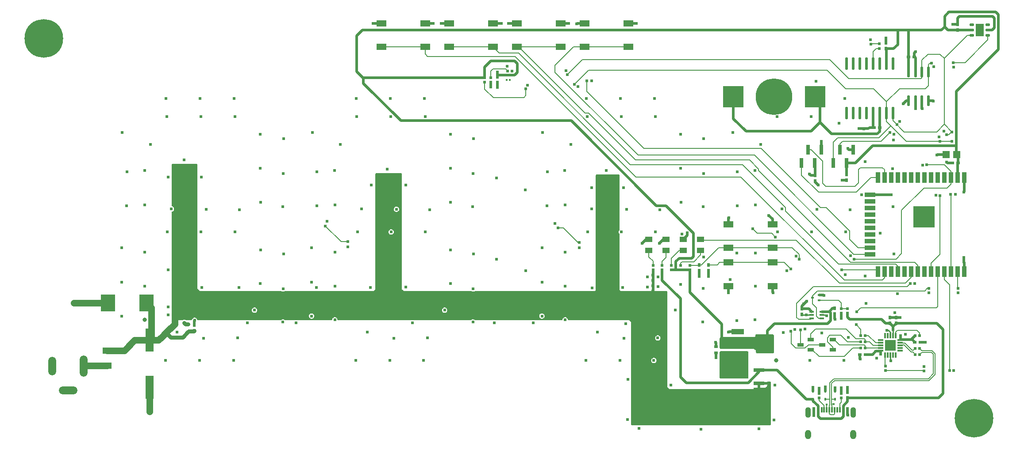
<source format=gtl>
G04 #@! TF.GenerationSoftware,KiCad,Pcbnew,7.0.9*
G04 #@! TF.CreationDate,2024-10-07T22:48:35-04:00*
G04 #@! TF.ProjectId,Digital Clock,44696769-7461-46c2-9043-6c6f636b2e6b,rev?*
G04 #@! TF.SameCoordinates,Original*
G04 #@! TF.FileFunction,Copper,L1,Top*
G04 #@! TF.FilePolarity,Positive*
%FSLAX46Y46*%
G04 Gerber Fmt 4.6, Leading zero omitted, Abs format (unit mm)*
G04 Created by KiCad (PCBNEW 7.0.9) date 2024-10-07 22:48:35*
%MOMM*%
%LPD*%
G01*
G04 APERTURE LIST*
G04 #@! TA.AperFunction,SMDPad,CuDef*
%ADD10R,1.900000X1.300000*%
G04 #@! TD*
G04 #@! TA.AperFunction,SMDPad,CuDef*
%ADD11R,0.540000X0.570000*%
G04 #@! TD*
G04 #@! TA.AperFunction,SMDPad,CuDef*
%ADD12R,0.790000X0.540000*%
G04 #@! TD*
G04 #@! TA.AperFunction,SMDPad,CuDef*
%ADD13R,2.100000X0.740000*%
G04 #@! TD*
G04 #@! TA.AperFunction,SMDPad,CuDef*
%ADD14R,1.730000X1.190000*%
G04 #@! TD*
G04 #@! TA.AperFunction,ComponentPad*
%ADD15O,1.500000X4.100000*%
G04 #@! TD*
G04 #@! TA.AperFunction,ComponentPad*
%ADD16O,1.500000X3.600000*%
G04 #@! TD*
G04 #@! TA.AperFunction,ComponentPad*
%ADD17O,3.600000X1.500000*%
G04 #@! TD*
G04 #@! TA.AperFunction,SMDPad,CuDef*
%ADD18R,1.400000X1.000000*%
G04 #@! TD*
G04 #@! TA.AperFunction,SMDPad,CuDef*
%ADD19R,0.550000X1.100000*%
G04 #@! TD*
G04 #@! TA.AperFunction,SMDPad,CuDef*
%ADD20R,0.300000X1.100000*%
G04 #@! TD*
G04 #@! TA.AperFunction,ComponentPad*
%ADD21O,1.100000X2.000000*%
G04 #@! TD*
G04 #@! TA.AperFunction,ComponentPad*
%ADD22O,1.200000X1.800000*%
G04 #@! TD*
G04 #@! TA.AperFunction,SMDPad,CuDef*
%ADD23R,0.570000X0.540000*%
G04 #@! TD*
G04 #@! TA.AperFunction,SMDPad,CuDef*
%ADD24R,0.840000X0.320000*%
G04 #@! TD*
G04 #@! TA.AperFunction,SMDPad,CuDef*
%ADD25R,0.950000X2.100000*%
G04 #@! TD*
G04 #@! TA.AperFunction,SMDPad,CuDef*
%ADD26R,2.100000X0.950000*%
G04 #@! TD*
G04 #@! TA.AperFunction,SMDPad,CuDef*
%ADD27R,0.900000X0.900000*%
G04 #@! TD*
G04 #@! TA.AperFunction,SMDPad,CuDef*
%ADD28R,0.540000X0.790000*%
G04 #@! TD*
G04 #@! TA.AperFunction,SMDPad,CuDef*
%ADD29R,1.250000X0.700000*%
G04 #@! TD*
G04 #@! TA.AperFunction,SMDPad,CuDef*
%ADD30R,0.400000X0.600000*%
G04 #@! TD*
G04 #@! TA.AperFunction,ComponentPad*
%ADD31C,4.100000*%
G04 #@! TD*
G04 #@! TA.AperFunction,ConnectorPad*
%ADD32C,7.400000*%
G04 #@! TD*
G04 #@! TA.AperFunction,SMDPad,CuDef*
%ADD33O,0.570000X2.400000*%
G04 #@! TD*
G04 #@! TA.AperFunction,SMDPad,CuDef*
%ADD34R,0.740000X1.900000*%
G04 #@! TD*
G04 #@! TA.AperFunction,SMDPad,CuDef*
%ADD35R,1.650000X4.500000*%
G04 #@! TD*
G04 #@! TA.AperFunction,SMDPad,CuDef*
%ADD36R,1.500000X2.400000*%
G04 #@! TD*
G04 #@! TA.AperFunction,SMDPad,CuDef*
%ADD37O,0.950000X0.560000*%
G04 #@! TD*
G04 #@! TA.AperFunction,SMDPad,CuDef*
%ADD38R,3.900000X4.180000*%
G04 #@! TD*
G04 #@! TA.AperFunction,SMDPad,CuDef*
%ADD39C,7.000000*%
G04 #@! TD*
G04 #@! TA.AperFunction,SMDPad,CuDef*
%ADD40O,0.590000X2.050000*%
G04 #@! TD*
G04 #@! TA.AperFunction,SMDPad,CuDef*
%ADD41R,1.410000X1.350000*%
G04 #@! TD*
G04 #@! TA.AperFunction,SMDPad,CuDef*
%ADD42R,0.300000X1.000000*%
G04 #@! TD*
G04 #@! TA.AperFunction,SMDPad,CuDef*
%ADD43R,1.000000X0.300000*%
G04 #@! TD*
G04 #@! TA.AperFunction,SMDPad,CuDef*
%ADD44R,2.150000X2.150000*%
G04 #@! TD*
G04 #@! TA.AperFunction,SMDPad,CuDef*
%ADD45R,2.700000X3.300000*%
G04 #@! TD*
G04 #@! TA.AperFunction,SMDPad,CuDef*
%ADD46R,0.510000X0.400000*%
G04 #@! TD*
G04 #@! TA.AperFunction,SMDPad,CuDef*
%ADD47R,2.470000X0.980000*%
G04 #@! TD*
G04 #@! TA.AperFunction,SMDPad,CuDef*
%ADD48R,2.470000X3.600000*%
G04 #@! TD*
G04 #@! TA.AperFunction,ViaPad*
%ADD49C,0.609600*%
G04 #@! TD*
G04 #@! TA.AperFunction,ViaPad*
%ADD50C,0.381000*%
G04 #@! TD*
G04 #@! TA.AperFunction,ViaPad*
%ADD51C,0.800000*%
G04 #@! TD*
G04 #@! TA.AperFunction,Conductor*
%ADD52C,0.508000*%
G04 #@! TD*
G04 #@! TA.AperFunction,Conductor*
%ADD53C,0.254000*%
G04 #@! TD*
G04 #@! TA.AperFunction,Conductor*
%ADD54C,0.762000*%
G04 #@! TD*
G04 #@! TA.AperFunction,Conductor*
%ADD55C,1.270000*%
G04 #@! TD*
G04 #@! TA.AperFunction,Conductor*
%ADD56C,0.152400*%
G04 #@! TD*
G04 APERTURE END LIST*
D10*
X129930000Y-68544000D03*
X121530000Y-68544000D03*
X129930000Y-64044000D03*
X121530000Y-64044000D03*
D11*
X210703200Y-119606800D03*
X210703200Y-118746800D03*
D12*
X223538900Y-70448600D03*
X222438900Y-70448600D03*
D13*
X193802600Y-130488600D03*
X190702600Y-131758600D03*
X193802600Y-133028600D03*
D14*
X69088000Y-129646000D03*
X69088000Y-126746000D03*
D11*
X216814400Y-68832200D03*
X216814400Y-67972200D03*
D15*
X64588000Y-129717800D03*
D16*
X58597800Y-129717800D03*
D17*
X61648000Y-134378400D03*
D12*
X185581200Y-127228600D03*
X186681200Y-127228600D03*
D18*
X176032000Y-107535200D03*
X176032000Y-105435200D03*
D11*
X173532800Y-110466400D03*
X173532800Y-111326400D03*
D10*
X168792000Y-68544000D03*
X160392000Y-68544000D03*
X168792000Y-64044000D03*
X160392000Y-64044000D03*
D19*
X204320000Y-138115000D03*
X205120000Y-138115000D03*
D20*
X205770000Y-138115000D03*
X206270000Y-138115000D03*
X206770000Y-138115000D03*
X207270000Y-138115000D03*
X207770000Y-138115000D03*
X208270000Y-138115000D03*
X208770000Y-138115000D03*
X209270000Y-138115000D03*
D19*
X209920000Y-138115000D03*
X210720000Y-138115000D03*
D21*
X203200000Y-138665000D03*
D22*
X203200000Y-142875000D03*
D21*
X211840000Y-138665000D03*
D22*
X211840000Y-142875000D03*
D23*
X231570000Y-86614000D03*
X230710000Y-86614000D03*
D24*
X203890800Y-119288800D03*
X203890800Y-119938800D03*
X203890800Y-120588800D03*
X205790800Y-120588800D03*
X205790800Y-119938800D03*
X205790800Y-119288800D03*
D25*
X233052500Y-93627000D03*
X231782500Y-93627000D03*
X230512500Y-93627000D03*
X229242500Y-93627000D03*
X227972500Y-93627000D03*
X226702500Y-93627000D03*
X225432500Y-93627000D03*
X224162500Y-93627000D03*
X222892500Y-93627000D03*
X221622500Y-93627000D03*
X220352500Y-93627000D03*
X219082500Y-93627000D03*
X217812500Y-93627000D03*
X216542500Y-93627000D03*
D26*
X215052500Y-96917000D03*
X215052500Y-98187000D03*
X215052500Y-99457000D03*
X215052500Y-100727000D03*
X215052500Y-101997000D03*
X215052500Y-103267000D03*
X215052500Y-104537000D03*
X215052500Y-105807000D03*
X215052500Y-107077000D03*
X215052500Y-108347000D03*
D25*
X216542500Y-111627000D03*
X217812500Y-111627000D03*
X219082500Y-111627000D03*
X220352500Y-111627000D03*
X221622500Y-111627000D03*
X222892500Y-111627000D03*
X224162500Y-111627000D03*
X225432500Y-111627000D03*
X226702500Y-111627000D03*
X227972500Y-111627000D03*
X229242500Y-111627000D03*
X230512500Y-111627000D03*
X231782500Y-111627000D03*
X233052500Y-111627000D03*
D27*
X226772500Y-102527000D03*
X226772500Y-101127000D03*
X226772500Y-99727000D03*
X225372500Y-102527000D03*
X225372500Y-101127000D03*
X225372500Y-99727000D03*
X223972500Y-102527000D03*
X223972500Y-101127000D03*
X223972500Y-99727000D03*
D12*
X230793200Y-90805000D03*
X231893200Y-90805000D03*
D10*
X142884000Y-68544000D03*
X134484000Y-68544000D03*
X142884000Y-64044000D03*
X134484000Y-64044000D03*
D28*
X201970600Y-118728400D03*
X201970600Y-119828400D03*
D18*
X182636000Y-107535200D03*
X182636000Y-105435200D03*
D11*
X178816000Y-110459800D03*
X178816000Y-111319800D03*
D29*
X207913700Y-126598000D03*
X207913700Y-124698000D03*
X205913700Y-125648000D03*
D10*
X155838000Y-68544000D03*
X147438000Y-68544000D03*
X155838000Y-64044000D03*
X147438000Y-64044000D03*
D11*
X209524600Y-134952000D03*
X209524600Y-135812000D03*
D30*
X84582000Y-121678000D03*
X84582000Y-123178000D03*
X206502000Y-134581200D03*
X206502000Y-136081200D03*
D11*
X180594000Y-110466400D03*
X180594000Y-111326400D03*
D31*
X56946800Y-66903600D03*
D32*
X56946800Y-66903600D03*
D28*
X85775800Y-122927200D03*
X85775800Y-121827200D03*
X143738600Y-75403800D03*
X143738600Y-74303800D03*
D31*
X234924600Y-139750800D03*
D32*
X234924600Y-139750800D03*
D28*
X231819300Y-64220000D03*
X231819300Y-65320000D03*
X210566000Y-94072800D03*
X210566000Y-92972800D03*
D23*
X214108000Y-126302400D03*
X213248000Y-126302400D03*
D33*
X219449700Y-71754800D03*
X218179700Y-71754800D03*
X216909700Y-71754800D03*
X215629700Y-71754800D03*
X214369700Y-71754800D03*
X213099700Y-71754800D03*
X211829700Y-71754800D03*
X210559700Y-71754800D03*
X210559700Y-81254800D03*
X211829700Y-81254800D03*
X213099700Y-81254800D03*
X214369700Y-81254800D03*
X215629700Y-81254800D03*
X216909700Y-81254800D03*
X218179700Y-81254800D03*
X219449700Y-81254800D03*
D12*
X215756400Y-83997800D03*
X216856400Y-83997800D03*
D28*
X184150000Y-111446400D03*
X184150000Y-110346400D03*
X218059000Y-68901400D03*
X218059000Y-67801400D03*
D34*
X211836000Y-88214200D03*
X210566000Y-90814200D03*
X209306000Y-88214200D03*
X208036000Y-90814200D03*
D35*
X77216000Y-124786000D03*
X77216000Y-133786000D03*
D36*
X236042200Y-65328800D03*
D37*
X234492200Y-66328800D03*
X234492200Y-65328800D03*
X234492200Y-64328800D03*
X237592200Y-64328800D03*
X237592200Y-65328800D03*
X237592200Y-66328800D03*
D34*
X205740000Y-88230400D03*
X204470000Y-90830400D03*
X203210000Y-88230400D03*
X201940000Y-90830400D03*
D38*
X188897600Y-78079600D03*
X204497600Y-78079600D03*
D39*
X196697600Y-78079600D03*
D40*
X222442900Y-78868400D03*
X223722900Y-78868400D03*
X224982900Y-78868400D03*
X226252900Y-78868400D03*
X226252900Y-73328400D03*
X224982900Y-73328400D03*
X223722900Y-73328400D03*
X222442900Y-73328400D03*
D28*
X218822400Y-120438600D03*
X218822400Y-121538600D03*
D41*
X231632000Y-89179400D03*
X229632000Y-89179400D03*
D18*
X179334000Y-107552000D03*
X179334000Y-105452000D03*
D28*
X210743800Y-134730400D03*
X210743800Y-135830400D03*
D11*
X142494000Y-75309200D03*
X142494000Y-74449200D03*
D12*
X213126200Y-127521600D03*
X214226200Y-127521600D03*
D11*
X177038000Y-110466400D03*
X177038000Y-111326400D03*
X205333600Y-134952000D03*
X205333600Y-135812000D03*
X141325600Y-75334600D03*
X141325600Y-74474600D03*
D42*
X217940000Y-127635000D03*
X218440000Y-127635000D03*
X218940000Y-127635000D03*
X219440000Y-127635000D03*
X219940000Y-127635000D03*
D43*
X220790000Y-126785000D03*
X220790000Y-126285000D03*
X220790000Y-125785000D03*
X220790000Y-125285000D03*
X220790000Y-124785000D03*
D42*
X219940000Y-123935000D03*
X219440000Y-123935000D03*
X218940000Y-123935000D03*
X218440000Y-123935000D03*
X217940000Y-123935000D03*
D43*
X217090000Y-124785000D03*
X217090000Y-125285000D03*
X217090000Y-125785000D03*
X217090000Y-126285000D03*
X217090000Y-126785000D03*
D44*
X218940000Y-125785000D03*
D23*
X224523800Y-123940200D03*
X223663800Y-123940200D03*
D12*
X185581200Y-125984000D03*
X186681200Y-125984000D03*
D11*
X209499200Y-119606800D03*
X209499200Y-118746800D03*
D12*
X224692800Y-125134000D03*
X223592800Y-125134000D03*
D10*
X187976400Y-109885600D03*
X196376400Y-109885600D03*
X187976400Y-114385600D03*
X196376400Y-114385600D03*
D28*
X204520800Y-94225200D03*
X204520800Y-93125200D03*
D30*
X204139800Y-134581200D03*
X204139800Y-136081200D03*
D45*
X76588000Y-117602000D03*
X69208000Y-117602000D03*
D46*
X205323200Y-117136800D03*
X205323200Y-116136800D03*
X204023200Y-116636800D03*
D30*
X208330800Y-134581200D03*
X208330800Y-136081200D03*
D28*
X219990800Y-120438600D03*
X219990800Y-121538600D03*
D23*
X224547400Y-127521600D03*
X223687400Y-127521600D03*
X214108000Y-125083200D03*
X213248000Y-125083200D03*
D10*
X196376400Y-107035600D03*
X187976400Y-107035600D03*
X196376400Y-102535600D03*
X187976400Y-102535600D03*
D28*
X208295200Y-118677600D03*
X208295200Y-119777600D03*
D11*
X175260000Y-110466400D03*
X175260000Y-111326400D03*
D18*
X172730000Y-107543600D03*
X172730000Y-105443600D03*
D23*
X224547400Y-126327800D03*
X223687400Y-126327800D03*
D28*
X182372000Y-111446400D03*
X182372000Y-110346400D03*
D23*
X213273400Y-123864000D03*
X214133400Y-123864000D03*
D47*
X189702000Y-123176000D03*
X189702000Y-125476000D03*
X189702000Y-127776000D03*
D48*
X195362000Y-125476000D03*
D29*
X203705200Y-126595000D03*
X203705200Y-124695000D03*
X201705200Y-125645000D03*
D11*
X217970600Y-130591400D03*
X217970600Y-129731400D03*
D23*
X231570000Y-84836000D03*
X230710000Y-84836000D03*
D49*
X160922600Y-81915000D03*
X219012000Y-128696600D03*
X224688400Y-102514400D03*
X174445387Y-114485195D03*
X170840400Y-141681200D03*
X210769200Y-87985600D03*
X216966800Y-104241600D03*
X183224885Y-108836993D03*
X131470400Y-64058800D03*
X205333600Y-133959600D03*
X72821800Y-99034600D03*
X194158800Y-87249000D03*
X174841800Y-99729200D03*
X123152600Y-128676400D03*
X209550000Y-120624600D03*
X167450400Y-81864200D03*
X116701000Y-78435200D03*
X146532600Y-73177400D03*
X219354400Y-91897200D03*
X119481600Y-114706400D03*
X226314000Y-115671103D03*
D50*
X218924000Y-126246400D03*
D49*
X71856600Y-113639600D03*
X102683400Y-99136200D03*
X168300400Y-121615200D03*
X231394000Y-96824800D03*
X102810400Y-86106000D03*
X167475800Y-104013000D03*
X224688400Y-101142800D03*
X173978200Y-81940400D03*
X198475600Y-123342400D03*
X193092000Y-98831400D03*
X98425000Y-107467400D03*
X127457200Y-121412000D03*
X126238000Y-114604800D03*
X152261200Y-120142000D03*
X87553800Y-124383800D03*
X203810800Y-81864200D03*
X143586200Y-93660000D03*
X189612200Y-99034600D03*
X87020400Y-81864200D03*
X97282000Y-119024400D03*
X185572400Y-128117600D03*
X139078400Y-121285000D03*
X116955000Y-104038400D03*
X143606200Y-109240000D03*
X72847200Y-92481400D03*
X219125800Y-96917000D03*
X205155800Y-95046800D03*
X130366200Y-124358400D03*
X80594200Y-104038400D03*
X178829600Y-85318600D03*
X172466000Y-114554000D03*
X149086200Y-95920000D03*
X98450400Y-98348800D03*
X161899600Y-114757200D03*
X156706200Y-120878600D03*
X87045800Y-104013000D03*
X149166200Y-111480000D03*
X123381200Y-81864200D03*
X71831200Y-120142000D03*
X194716400Y-78079600D03*
X126238000Y-94996000D03*
X203555600Y-128600200D03*
X160770200Y-78435200D03*
X197358000Y-103987600D03*
D50*
X145491200Y-74879200D03*
D49*
X200637493Y-122752266D03*
X220243400Y-115899700D03*
X209524600Y-133908800D03*
X171450000Y-106172000D03*
X210338600Y-104038400D03*
X83820000Y-121412000D03*
X122682000Y-91948000D03*
X206476600Y-133756400D03*
X158902400Y-64109600D03*
X134785800Y-107467400D03*
X168656000Y-139954000D03*
X220803600Y-120455200D03*
X168491800Y-99678400D03*
X205714600Y-86664800D03*
X142494000Y-76225400D03*
X196697600Y-140055600D03*
X80772000Y-93472000D03*
X149540002Y-75868862D03*
X168706800Y-132283200D03*
X226060000Y-101142800D03*
X76276200Y-114427000D03*
X227177600Y-78943200D03*
X145846800Y-64058800D03*
X231004258Y-72386696D03*
X76301600Y-98831400D03*
X119634000Y-94996000D03*
X81381600Y-99602200D03*
X156706200Y-107924600D03*
X173978200Y-104038400D03*
X223621600Y-113944400D03*
X134760400Y-85318600D03*
X183134000Y-114808000D03*
X210845400Y-124206000D03*
X156832801Y-73105041D03*
X193065400Y-108051600D03*
X198475600Y-77063600D03*
X82473800Y-123240800D03*
X134811200Y-98348800D03*
X183164200Y-92786200D03*
X123914600Y-124383800D03*
X179070000Y-104394000D03*
X134735000Y-113919000D03*
X224688400Y-99771200D03*
X98374200Y-113919000D03*
X208305400Y-120726200D03*
X211302600Y-108610400D03*
X218313000Y-96901000D03*
X219811600Y-119532400D03*
X109118400Y-114706400D03*
X93548200Y-104038400D03*
X189560200Y-121056400D03*
X212953600Y-84226400D03*
X221386400Y-79451200D03*
X213436200Y-96926400D03*
X206197200Y-116154200D03*
X227812600Y-89230200D03*
X210032600Y-128676400D03*
X98399600Y-85318600D03*
X183015800Y-121293800D03*
X86868000Y-78460600D03*
X93243400Y-128676400D03*
X229203219Y-84715312D03*
X139205400Y-108254800D03*
D50*
X219635200Y-126246400D03*
D49*
X116853400Y-81915000D03*
X111179626Y-101965477D03*
X112637000Y-107924600D03*
X80772000Y-118364000D03*
X98399600Y-91846400D03*
X159187804Y-76117726D03*
X157378400Y-64008000D03*
X193040000Y-120878600D03*
X233019600Y-96367600D03*
X225104743Y-91258716D03*
X112637000Y-120878600D03*
X174752000Y-106172000D03*
X188264800Y-113157000D03*
X221818200Y-123672600D03*
X123406600Y-104013000D03*
X102844600Y-108254800D03*
X88061800Y-99678400D03*
X193751200Y-141732000D03*
X108217400Y-107086400D03*
D51*
X77216000Y-138430000D03*
D49*
X182727600Y-141833600D03*
X180086000Y-104140000D03*
X219473800Y-99136200D03*
X80340200Y-78435200D03*
X193015800Y-92227400D03*
X83820000Y-90170000D03*
D51*
X76276200Y-120878600D03*
D49*
X210718400Y-133781800D03*
X210769200Y-139166600D03*
X178816000Y-114046000D03*
X185521600Y-125171200D03*
X187985400Y-101269800D03*
X223723200Y-80416400D03*
X167983800Y-124383800D03*
X159412371Y-107072572D03*
X224993200Y-80416400D03*
X154760316Y-102436272D03*
X213868000Y-84251800D03*
X80492600Y-81915000D03*
X152388200Y-84988400D03*
X198172000Y-99602200D03*
X230854100Y-64236600D03*
X167298000Y-78460600D03*
D50*
X146100801Y-74879200D03*
D49*
X76276200Y-107924600D03*
X139095000Y-92786200D03*
X124422600Y-99678400D03*
X219635000Y-108254800D03*
X173673400Y-128676400D03*
X152286600Y-113639600D03*
X219596218Y-85300824D03*
X209677000Y-94107000D03*
X228263258Y-85812750D03*
X119989600Y-64008000D03*
X144475200Y-64058800D03*
X214122000Y-90525600D03*
X117742400Y-99602200D03*
X160694000Y-128651000D03*
X197283000Y-81915000D03*
X187960000Y-115697000D03*
X93395800Y-78435200D03*
X223748600Y-69494400D03*
X233019600Y-108915200D03*
X218059000Y-66802000D03*
X112586200Y-92227400D03*
X115097996Y-106902633D03*
X196545200Y-75946000D03*
X87172800Y-114655600D03*
X108192000Y-120142000D03*
X189637600Y-92481400D03*
X129604200Y-128676400D03*
X87122000Y-93472000D03*
X205765400Y-123367800D03*
X129909000Y-104038400D03*
X231063303Y-130556000D03*
X215130926Y-67210961D03*
X211202200Y-99729200D03*
D50*
X219635200Y-125255800D03*
D49*
X105257600Y-121412000D03*
D50*
X218263600Y-125281200D03*
D49*
X189585600Y-108077000D03*
X156731600Y-98831400D03*
X123228800Y-78460600D03*
X197130600Y-78435200D03*
X202819000Y-119938800D03*
X174447200Y-112674400D03*
X161747200Y-75082400D03*
D50*
X218924000Y-125255800D03*
D49*
X71856600Y-107086400D03*
X145643600Y-72263000D03*
X227247726Y-72319804D03*
X161024200Y-104038400D03*
X129909000Y-81940400D03*
X213156800Y-128422400D03*
X178829600Y-91846400D03*
X102734200Y-92786200D03*
X113729200Y-87249000D03*
X94411800Y-99729200D03*
X226060000Y-102514400D03*
X71958200Y-84988400D03*
X218220005Y-122924348D03*
X76225400Y-92227400D03*
X204724000Y-75133200D03*
X134760400Y-91846400D03*
X176936400Y-133400800D03*
X233070400Y-95453200D03*
X139044200Y-99136200D03*
X182372000Y-112522000D03*
X129756600Y-78435200D03*
X152286600Y-107086400D03*
X139129200Y-114935000D03*
X208305400Y-133858000D03*
X204852200Y-99678400D03*
D51*
X77216000Y-137414000D03*
D49*
X156706200Y-114427000D03*
X206705700Y-120116600D03*
X202569101Y-122600946D03*
X139171200Y-86106000D03*
X220716705Y-82823207D03*
X210268758Y-112199571D03*
X173825800Y-78435200D03*
X214299800Y-117729000D03*
X102768400Y-114935000D03*
X233019600Y-109778800D03*
X161811600Y-99602200D03*
X130772600Y-99729200D03*
X156655400Y-92227400D03*
X167221800Y-128676400D03*
X225323400Y-129794000D03*
X225629600Y-125128800D03*
X109208000Y-92481400D03*
X86791800Y-128676400D03*
X143738600Y-76352400D03*
X93548200Y-81940400D03*
X153277200Y-92481400D03*
D50*
X218263600Y-126271800D03*
D51*
X197054400Y-128651000D03*
D49*
X108217400Y-113639600D03*
X170332400Y-64008000D03*
X204266800Y-139192000D03*
X116624800Y-128651000D03*
X112662400Y-98831400D03*
X183240400Y-86106000D03*
X94005400Y-124358400D03*
X161798000Y-95504000D03*
X229692200Y-90652600D03*
X80264000Y-128651000D03*
X85801200Y-120954800D03*
X157798400Y-87249000D03*
X188748600Y-84988400D03*
X184150000Y-112522000D03*
X214071200Y-112445800D03*
X195681600Y-100888800D03*
X196494400Y-115646200D03*
X109182600Y-99034600D03*
X183113400Y-99136200D03*
X132994400Y-64058800D03*
X193065400Y-114427000D03*
X200889100Y-108653388D03*
X227634800Y-96977200D03*
X95910400Y-121412000D03*
X204139800Y-133781800D03*
X167894000Y-95504000D03*
X108319000Y-84988400D03*
X209143600Y-83159600D03*
X187960000Y-123240800D03*
X210186200Y-78435200D03*
X62738000Y-117602000D03*
X203836200Y-104013000D03*
X172466000Y-112674400D03*
X63754000Y-117602000D03*
X162903800Y-123240800D03*
X153251800Y-99034600D03*
X77368400Y-87249000D03*
X94335600Y-114706400D03*
X167741600Y-114655600D03*
X199107707Y-111435734D03*
X219557600Y-86410800D03*
X102717600Y-121285000D03*
X118834600Y-123240800D03*
X178880400Y-98348800D03*
X80772000Y-119888000D03*
X174435400Y-124358400D03*
X196850000Y-133350000D03*
X112637000Y-114427000D03*
X150622000Y-121462800D03*
X216333200Y-128202200D03*
X177749200Y-118995800D03*
X164592000Y-92202000D03*
X143154400Y-121462800D03*
X231913501Y-115668710D03*
X133642800Y-119024400D03*
X226060000Y-99771200D03*
X80772000Y-111252000D03*
X220854400Y-123858800D03*
X217090000Y-127435000D03*
X201472800Y-109270800D03*
X199898000Y-123088400D03*
X211988400Y-109245900D03*
X215188800Y-68021200D03*
X225907600Y-91135200D03*
X209575400Y-111277400D03*
X199847200Y-111099600D03*
X201777600Y-122783600D03*
X192616200Y-103410000D03*
X196951600Y-104995500D03*
X155346200Y-103250000D03*
X159396200Y-106070000D03*
X110816200Y-102900000D03*
X115086200Y-105900000D03*
D50*
X208127600Y-137007600D03*
X206756000Y-137083800D03*
D49*
X222758000Y-113893600D03*
X225348800Y-130708400D03*
X230251000Y-130556000D03*
X212496400Y-119329200D03*
X212394800Y-121818400D03*
X157124400Y-73863200D03*
X218846400Y-84988400D03*
X230479600Y-96824800D03*
X229717600Y-85344000D03*
X220218000Y-83464400D03*
X228396800Y-86614000D03*
X228447600Y-97028000D03*
X230936800Y-71577200D03*
X226822000Y-71628000D03*
X158496000Y-75692000D03*
X145720720Y-73151210D03*
X231851200Y-114858800D03*
X226314000Y-114858800D03*
X236035700Y-64719200D03*
X236061100Y-65938400D03*
X160020000Y-118110000D03*
X84836000Y-96266000D03*
X173482000Y-113284000D03*
X165862000Y-97536000D03*
X163830000Y-94234000D03*
X193040000Y-137160000D03*
X84836000Y-94488000D03*
X202895200Y-117322600D03*
X149860000Y-118110000D03*
X82042000Y-120396000D03*
X121920000Y-95758000D03*
X172720000Y-132080000D03*
X173482000Y-116332000D03*
X173482000Y-115316000D03*
X95250000Y-118110000D03*
X187960000Y-137160000D03*
X87630000Y-118110000D03*
X92710000Y-118110000D03*
X173482000Y-112268000D03*
X84836000Y-92964000D03*
X121920000Y-97536000D03*
X165862000Y-95758000D03*
X173482000Y-114300000D03*
X143510000Y-118110000D03*
X85090000Y-118110000D03*
X118110000Y-118110000D03*
X172720000Y-137160000D03*
X182880000Y-137160000D03*
X90170000Y-118110000D03*
X82804000Y-92964000D03*
X173482000Y-119380000D03*
X121920000Y-94234000D03*
X82042000Y-118364000D03*
X172720000Y-121920000D03*
X171450000Y-118110000D03*
X177800000Y-137160000D03*
X124460000Y-118110000D03*
X105410000Y-118110000D03*
X82804000Y-94488000D03*
X123952000Y-97536000D03*
X203454000Y-92887800D03*
X123952000Y-94234000D03*
X130810000Y-118110000D03*
X82042000Y-119380000D03*
X166370000Y-118110000D03*
X173482000Y-117348000D03*
X163830000Y-97536000D03*
X165862000Y-94234000D03*
X202361800Y-117830600D03*
X173482000Y-118364000D03*
X82804000Y-96266000D03*
X163830000Y-95758000D03*
X123952000Y-95758000D03*
X143764000Y-73329800D03*
X160883600Y-75082400D03*
X149199600Y-76606400D03*
D52*
X203758800Y-84734400D02*
X205486000Y-83007200D01*
X204497600Y-78079600D02*
X205282800Y-78864800D01*
X205486000Y-79068000D02*
X204497600Y-78079600D01*
X188897600Y-82319200D02*
X191312800Y-84734400D01*
X216856400Y-84775800D02*
X216415200Y-85217000D01*
X216909700Y-83944500D02*
X216856400Y-83997800D01*
X188897600Y-78079600D02*
X188897600Y-82319200D01*
X207695800Y-85217000D02*
X205486000Y-83007200D01*
X216909700Y-81254800D02*
X216909700Y-83944500D01*
X216415200Y-85217000D02*
X207695800Y-85217000D01*
X216856400Y-83997800D02*
X216856400Y-84775800D01*
X191312800Y-84734400D02*
X203758800Y-84734400D01*
X205486000Y-83007200D02*
X205486000Y-79068000D01*
X209711200Y-94072800D02*
X209677000Y-94107000D01*
X226252900Y-78868400D02*
X227102800Y-78868400D01*
X204520800Y-94225200D02*
X204520800Y-94411800D01*
X219990800Y-120438600D02*
X220787000Y-120438600D01*
X168792000Y-64044000D02*
X170296400Y-64044000D01*
X129930000Y-64044000D02*
X131455600Y-64044000D01*
D53*
X218220005Y-122924348D02*
X218591482Y-122924348D01*
D52*
X85775800Y-120980200D02*
X85801200Y-120954800D01*
X184150000Y-111446400D02*
X184150000Y-112522000D01*
X147438000Y-64044000D02*
X145861600Y-64044000D01*
X180086000Y-104700000D02*
X180086000Y-104140000D01*
X142884000Y-64044000D02*
X144460400Y-64044000D01*
X231819300Y-64220000D02*
X230870700Y-64220000D01*
X205740000Y-86690200D02*
X205714600Y-86664800D01*
X224982900Y-80406100D02*
X224993200Y-80416400D01*
X220787000Y-120438600D02*
X220803600Y-120455200D01*
X238804300Y-64922400D02*
X238397900Y-65328800D01*
X176032000Y-105435200D02*
X175488800Y-105435200D01*
X187976400Y-102535600D02*
X187976400Y-101278800D01*
D54*
X84582000Y-121678000D02*
X84086000Y-121678000D01*
D52*
X231819300Y-63017400D02*
X232124100Y-62712600D01*
X233052500Y-109811700D02*
X233019600Y-109778800D01*
D53*
X202819000Y-119938800D02*
X202081000Y-119938800D01*
D52*
X170296400Y-64044000D02*
X170332400Y-64008000D01*
D53*
X218591482Y-122924348D02*
X218940000Y-123272866D01*
D52*
X223722900Y-78868400D02*
X223722900Y-80416100D01*
X219990800Y-120438600D02*
X218822400Y-120438600D01*
X188024800Y-123176000D02*
X187960000Y-123240800D01*
X208330800Y-133883400D02*
X208330800Y-134581200D01*
X229844600Y-90805000D02*
X229692200Y-90652600D01*
X222442900Y-78868400D02*
X221969200Y-78868400D01*
X208305400Y-133858000D02*
X208330800Y-133883400D01*
X155838000Y-64044000D02*
X157342400Y-64044000D01*
X215629700Y-83871100D02*
X215756400Y-83997800D01*
X233052500Y-93627000D02*
X233052500Y-95435300D01*
X233052500Y-95471100D02*
X233052500Y-96334700D01*
X229581200Y-89154000D02*
X227888800Y-89154000D01*
X213126200Y-127521600D02*
X213126200Y-128391800D01*
X210720000Y-138115000D02*
X210720000Y-139117400D01*
X210743800Y-133807200D02*
X210743800Y-134730400D01*
X223538900Y-69704100D02*
X223748600Y-69494400D01*
X196376400Y-101583600D02*
X195681600Y-100888800D01*
D54*
X84086000Y-121678000D02*
X83820000Y-121412000D01*
D52*
X204139800Y-133781800D02*
X204139800Y-134581200D01*
X205333600Y-134952000D02*
X205333600Y-133959600D01*
X209499200Y-119606800D02*
X209499200Y-120497600D01*
X233052500Y-96334700D02*
X233019600Y-96367600D01*
X143738600Y-76352400D02*
X143738600Y-75403800D01*
X218059000Y-67801400D02*
X218059000Y-66802000D01*
X230870700Y-64220000D02*
X230854100Y-64236600D01*
D53*
X203890800Y-119938800D02*
X202819000Y-119938800D01*
D52*
X196376400Y-115528200D02*
X196494400Y-115646200D01*
X238499500Y-62712600D02*
X238804300Y-63017400D01*
X121530000Y-64044000D02*
X120025600Y-64044000D01*
X238397900Y-65328800D02*
X237592200Y-65328800D01*
X233019600Y-109778800D02*
X233019600Y-108915200D01*
X204520800Y-94411800D02*
X205155800Y-95046800D01*
X230793200Y-90805000D02*
X229844600Y-90805000D01*
X210718400Y-133781800D02*
X210743800Y-133807200D01*
X85775800Y-121827200D02*
X85775800Y-120980200D01*
X206179800Y-116136800D02*
X206197200Y-116154200D01*
X223722900Y-80416100D02*
X223723200Y-80416400D01*
X238804300Y-63017400D02*
X238804300Y-64922400D01*
X134484000Y-64044000D02*
X133009200Y-64044000D01*
X157342400Y-64044000D02*
X157378400Y-64008000D01*
X179334000Y-105452000D02*
X180086000Y-104700000D01*
X233070400Y-95453200D02*
X233052500Y-95471100D01*
X223722900Y-70632600D02*
X223538900Y-70448600D01*
X205323200Y-116136800D02*
X206179800Y-116136800D01*
X133009200Y-64044000D02*
X132994400Y-64058800D01*
X204320000Y-138115000D02*
X204320000Y-139138800D01*
X131455600Y-64044000D02*
X131470400Y-64058800D01*
X185581200Y-125984000D02*
X185581200Y-125230800D01*
X210720000Y-139117400D02*
X210769200Y-139166600D01*
X187976400Y-114385600D02*
X187976400Y-115680600D01*
X205740000Y-88230400D02*
X205740000Y-86690200D01*
X214706200Y-84226400D02*
X214934800Y-83997800D01*
X145861600Y-64044000D02*
X145846800Y-64058800D01*
X206502000Y-133781800D02*
X206476600Y-133756400D01*
D53*
X218940000Y-123272866D02*
X218940000Y-123935000D01*
D52*
X210997800Y-88214200D02*
X210769200Y-87985600D01*
X221969200Y-78868400D02*
X221386400Y-79451200D01*
X187976400Y-101278800D02*
X187985400Y-101269800D01*
X227102800Y-78868400D02*
X227177600Y-78943200D01*
X172178400Y-105443600D02*
X171450000Y-106172000D01*
D53*
X206527900Y-119938800D02*
X206705700Y-120116600D01*
D52*
X185581200Y-125230800D02*
X185521600Y-125171200D01*
X208295200Y-119777600D02*
X208295200Y-120716000D01*
X196376400Y-114385600D02*
X196376400Y-115528200D01*
X172730000Y-105443600D02*
X172178400Y-105443600D01*
X182372000Y-111446400D02*
X182372000Y-112522000D01*
X158968000Y-64044000D02*
X158902400Y-64109600D01*
D55*
X69208000Y-117602000D02*
X62738000Y-117602000D01*
D52*
X189702000Y-123176000D02*
X188024800Y-123176000D01*
X219125800Y-96917000D02*
X215052500Y-96917000D01*
X211836000Y-88214200D02*
X210997800Y-88214200D01*
X225624400Y-125134000D02*
X225629600Y-125128800D01*
X223538900Y-70448600D02*
X223538900Y-69704100D01*
D53*
X205790800Y-119938800D02*
X206527900Y-119938800D01*
D52*
X233052500Y-111627000D02*
X233052500Y-109811700D01*
X185581200Y-128108800D02*
X185572400Y-128117600D01*
X120025600Y-64044000D02*
X119989600Y-64008000D01*
X224982900Y-78868400D02*
X224982900Y-80406100D01*
X204320000Y-139138800D02*
X204266800Y-139192000D01*
D53*
X218940000Y-128624600D02*
X218940000Y-127635000D01*
D52*
X210566000Y-94072800D02*
X209711200Y-94072800D01*
X224692800Y-125134000D02*
X225624400Y-125134000D01*
X206502000Y-134581200D02*
X206502000Y-133781800D01*
D53*
X219012000Y-128696600D02*
X218940000Y-128624600D01*
D52*
X227888800Y-89154000D02*
X227812600Y-89230200D01*
X213126200Y-128391800D02*
X213156800Y-128422400D01*
X232124100Y-62712600D02*
X238499500Y-62712600D01*
X231819300Y-64220000D02*
X231819300Y-63017400D01*
X212953600Y-84226400D02*
X214706200Y-84226400D01*
X214934800Y-83997800D02*
X215756400Y-83997800D01*
X160392000Y-64044000D02*
X158968000Y-64044000D01*
X209524600Y-134952000D02*
X209524600Y-133908800D01*
X233052500Y-95435300D02*
X233070400Y-95453200D01*
X215629700Y-81254800D02*
X215629700Y-83871100D01*
X144460400Y-64044000D02*
X144475200Y-64058800D01*
X185581200Y-127228600D02*
X185581200Y-128108800D01*
X196376400Y-102535600D02*
X196376400Y-101583600D01*
D53*
X202081000Y-119938800D02*
X201970600Y-119828400D01*
D55*
X77216000Y-133786000D02*
X77216000Y-138430000D01*
D52*
X142494000Y-75309200D02*
X142494000Y-76225400D01*
X187976400Y-115680600D02*
X187960000Y-115697000D01*
X223722900Y-73328400D02*
X223722900Y-70632600D01*
X175488800Y-105435200D02*
X174752000Y-106172000D01*
X214226200Y-127521600D02*
X215540600Y-127521600D01*
X220854400Y-124677800D02*
X221457800Y-124677800D01*
X220854400Y-123858800D02*
X220854400Y-124677800D01*
X223592800Y-125134000D02*
X223136600Y-124677800D01*
X215540600Y-127521600D02*
X216170000Y-126892200D01*
X216170000Y-126892200D02*
X217090000Y-126892200D01*
X217090000Y-126892200D02*
X217090000Y-127435000D01*
X222926200Y-124677800D02*
X221457800Y-124677800D01*
X217095200Y-127440200D02*
X217090000Y-127435000D01*
X223136600Y-124677800D02*
X221457800Y-124677800D01*
X223663800Y-123940200D02*
X222926200Y-124677800D01*
X219432000Y-122148200D02*
X219432000Y-122893600D01*
D53*
X219440000Y-122901600D02*
X219432000Y-122893600D01*
D52*
X228151600Y-135830400D02*
X228981000Y-135001000D01*
X211124800Y-120751600D02*
X211175600Y-120802400D01*
X228981000Y-122682000D02*
X227837600Y-121538600D01*
X209920000Y-138115000D02*
X209920000Y-137374200D01*
X205511400Y-139776200D02*
X205120000Y-139384800D01*
X179857400Y-132918200D02*
X178765200Y-131826000D01*
X227837600Y-121538600D02*
X219990800Y-121538600D01*
X205120000Y-139384800D02*
X205120000Y-138115000D01*
X209920000Y-137374200D02*
X210743800Y-136550400D01*
X193802600Y-130488600D02*
X193802600Y-130860200D01*
X210703200Y-119606800D02*
X210703200Y-120330000D01*
X193802600Y-130860200D02*
X191744600Y-132918200D01*
X209920000Y-138115000D02*
X209920000Y-139355400D01*
X178765200Y-116789200D02*
X175260000Y-113284000D01*
X210743800Y-135830400D02*
X228151600Y-135830400D01*
X219432000Y-122148200D02*
X218822400Y-121538600D01*
X209920000Y-139355400D02*
X209499200Y-139776200D01*
X217964569Y-121538600D02*
X218822400Y-121538600D01*
X178765200Y-131826000D02*
X178765200Y-116789200D01*
X205120000Y-138115000D02*
X205120000Y-137378200D01*
X210703200Y-120330000D02*
X211124800Y-120751600D01*
X197239800Y-130488600D02*
X193802600Y-130488600D01*
X204139800Y-136081200D02*
X202832400Y-136081200D01*
X210743800Y-136550400D02*
X210743800Y-135830400D01*
X205120000Y-137378200D02*
X204139800Y-136398000D01*
X191744600Y-132918200D02*
X179857400Y-132918200D01*
X228981000Y-135001000D02*
X228981000Y-122682000D01*
X209499200Y-139776200D02*
X205511400Y-139776200D01*
X219432000Y-122157000D02*
X219432000Y-122148200D01*
X202832400Y-136081200D02*
X197239800Y-130488600D01*
X211175600Y-120802400D02*
X217228369Y-120802400D01*
X204139800Y-136398000D02*
X204139800Y-136081200D01*
X219990800Y-121598200D02*
X219432000Y-122157000D01*
D53*
X219440000Y-123935000D02*
X219440000Y-122901600D01*
D52*
X217228369Y-120802400D02*
X217964569Y-121538600D01*
X219990800Y-121538600D02*
X219990800Y-121598200D01*
X175260000Y-113284000D02*
X175260000Y-111326400D01*
D56*
X229223100Y-91135200D02*
X230512500Y-92424600D01*
X221081600Y-99872800D02*
X221081600Y-108153200D01*
X199923400Y-123113800D02*
X199923400Y-125397000D01*
X187976400Y-107035600D02*
X186080400Y-107035600D01*
X201472800Y-108356400D02*
X200152000Y-107035600D01*
X187976400Y-107035600D02*
X196376400Y-107035600D01*
X219988900Y-109245900D02*
X211988400Y-109245900D01*
X229736300Y-95605600D02*
X225348800Y-95605600D01*
X230512500Y-93627000D02*
X230512500Y-94829400D01*
X186080400Y-107035600D02*
X182769600Y-110346400D01*
X201472800Y-109270800D02*
X201472800Y-108356400D01*
X199898000Y-123088400D02*
X199923400Y-123113800D01*
X200800800Y-126274400D02*
X202609600Y-126274400D01*
X182769600Y-110346400D02*
X182372000Y-110346400D01*
X215188800Y-68021200D02*
X215237800Y-67972200D01*
X202609600Y-126274400D02*
X203236000Y-125648000D01*
X225907600Y-91135200D02*
X229223100Y-91135200D01*
X230512500Y-94829400D02*
X229736300Y-95605600D01*
X230512500Y-92424600D02*
X230512500Y-93627000D01*
X180594000Y-110466400D02*
X182252000Y-110466400D01*
X200152000Y-107035600D02*
X196376400Y-107035600D01*
X225348800Y-95605600D02*
X221081600Y-99872800D01*
X221081600Y-108153200D02*
X219988900Y-109245900D01*
X182252000Y-110466400D02*
X182372000Y-110346400D01*
X199923400Y-125397000D02*
X200800800Y-126274400D01*
X215237800Y-67972200D02*
X216814400Y-67972200D01*
X203236000Y-125648000D02*
X205913700Y-125648000D01*
X199847200Y-111099600D02*
X198633200Y-109885600D01*
X201705200Y-122856000D02*
X201705200Y-125645000D01*
X184150000Y-110346400D02*
X185817600Y-110346400D01*
X185817600Y-110346400D02*
X186278400Y-109885600D01*
X198633200Y-109885600D02*
X196376400Y-109885600D01*
X209575400Y-111277400D02*
X216192900Y-111277400D01*
X201777600Y-122783600D02*
X201705200Y-122856000D01*
X216192900Y-111277400D02*
X216542500Y-111627000D01*
X187976400Y-109885600D02*
X196376400Y-109885600D01*
X186278400Y-109885600D02*
X187976400Y-109885600D01*
X196951600Y-104995500D02*
X196197700Y-104241600D01*
X193447800Y-104241600D02*
X192616200Y-103410000D01*
X196197700Y-104241600D02*
X193447800Y-104241600D01*
X156336000Y-103250000D02*
X155346200Y-103250000D01*
X159156000Y-106070000D02*
X156336000Y-103250000D01*
X159396200Y-106070000D02*
X159156000Y-106070000D01*
X115086200Y-105900000D02*
X113816200Y-105900000D01*
X113816200Y-105900000D02*
X110816200Y-102900000D01*
X207342200Y-132918752D02*
X208104752Y-132156200D01*
X207342200Y-137217799D02*
X207342200Y-136093200D01*
X208053400Y-139090400D02*
X207486600Y-139090400D01*
X206502000Y-136081200D02*
X207330200Y-136081200D01*
X226773752Y-127101600D02*
X224967400Y-127101600D01*
X207486600Y-139090400D02*
X207270000Y-138873800D01*
X207270000Y-138873800D02*
X207270000Y-138115000D01*
X207342200Y-136093200D02*
X207342200Y-132918752D01*
X207270000Y-137289999D02*
X207342200Y-137217799D01*
X207270000Y-138115000D02*
X207270000Y-137289999D01*
X207330200Y-136081200D02*
X207342200Y-136093200D01*
X208270000Y-138115000D02*
X208270000Y-138873800D01*
X208270000Y-138873800D02*
X208053400Y-139090400D01*
X227152200Y-127480048D02*
X226773752Y-127101600D01*
X208104752Y-132156200D02*
X226189552Y-132156200D01*
X226189552Y-132156200D02*
X227152200Y-131193552D01*
X224967400Y-127101600D02*
X224547400Y-127521600D01*
X227152200Y-131193552D02*
X227152200Y-127480048D01*
X207697800Y-133066048D02*
X208252048Y-132511800D01*
X206756000Y-137083800D02*
X206770000Y-137097800D01*
X224965600Y-126746000D02*
X224547400Y-126327800D01*
X207770000Y-138115000D02*
X207770000Y-137289999D01*
X227507800Y-131340848D02*
X227507800Y-127332752D01*
X207770000Y-137289999D02*
X207697800Y-137217799D01*
X208127600Y-137007600D02*
X207697800Y-137007600D01*
X226921046Y-126746000D02*
X224965600Y-126746000D01*
X207697800Y-137109200D02*
X207697800Y-136093200D01*
X207697800Y-136093200D02*
X207697800Y-133066048D01*
X227507800Y-127332752D02*
X226921046Y-126746000D01*
X207697800Y-137217799D02*
X207697800Y-137109200D01*
X226336848Y-132511800D02*
X227507800Y-131340848D01*
X206770000Y-137097800D02*
X206770000Y-138115000D01*
X208330800Y-136081200D02*
X207709800Y-136081200D01*
X207697800Y-137007600D02*
X207697800Y-137109200D01*
X207709800Y-136081200D02*
X207697800Y-136093200D01*
X208252048Y-132511800D02*
X226336848Y-132511800D01*
D55*
X65095800Y-129646000D02*
X64998600Y-129743200D01*
X69088000Y-129646000D02*
X65095800Y-129646000D01*
D56*
X206270000Y-138115000D02*
X206270000Y-137309000D01*
X205333600Y-136372600D02*
X205333600Y-135812000D01*
X206270000Y-137309000D02*
X205333600Y-136372600D01*
X209270000Y-136932000D02*
X209524600Y-136677400D01*
X209270000Y-138115000D02*
X209270000Y-136932000D01*
X209524600Y-136677400D02*
X209524600Y-135812000D01*
X178528200Y-107552000D02*
X179334000Y-107552000D01*
X177038000Y-110466400D02*
X177038000Y-109042200D01*
X177038000Y-109042200D02*
X178528200Y-107552000D01*
X200930800Y-105579200D02*
X182880000Y-105579200D01*
X209194400Y-113842800D02*
X200930800Y-105579200D01*
X222892500Y-112743100D02*
X221792800Y-113842800D01*
X221792800Y-113842800D02*
X209194400Y-113842800D01*
X222892500Y-111627000D02*
X222892500Y-112743100D01*
X179070000Y-109753400D02*
X181305200Y-109753400D01*
X182636000Y-108422600D02*
X182636000Y-107535200D01*
X181305200Y-109753400D02*
X182636000Y-108422600D01*
X178816000Y-110459800D02*
X178816000Y-110007400D01*
X178816000Y-110007400D02*
X179070000Y-109753400D01*
X175260000Y-110466400D02*
X175260000Y-109651800D01*
X175260000Y-109651800D02*
X176032000Y-108879800D01*
X176032000Y-108879800D02*
X176032000Y-107535200D01*
X173532800Y-110466400D02*
X173532800Y-109626400D01*
X172730000Y-108823600D02*
X172730000Y-107543600D01*
X173532800Y-109626400D02*
X172730000Y-108823600D01*
X209499200Y-118746800D02*
X210703200Y-118746800D01*
X209034000Y-117136800D02*
X205323200Y-117136800D01*
X209499200Y-117602000D02*
X209034000Y-117136800D01*
X209499200Y-118746800D02*
X209499200Y-117602000D01*
X209449800Y-123833400D02*
X210699600Y-125083200D01*
X207341600Y-123833400D02*
X209449800Y-123833400D01*
X210699600Y-125083200D02*
X213248000Y-125083200D01*
X207913700Y-126132700D02*
X206884400Y-125103400D01*
X206884400Y-124290600D02*
X207341600Y-123833400D01*
X207913700Y-126598000D02*
X207913700Y-126132700D01*
X206884400Y-125103400D02*
X206884400Y-124290600D01*
X214108000Y-125850000D02*
X214108000Y-126302400D01*
X208206200Y-124698000D02*
X209221200Y-125713000D01*
X207913700Y-124698000D02*
X208206200Y-124698000D01*
X213971000Y-125713000D02*
X214108000Y-125850000D01*
X217090000Y-126285000D02*
X214125400Y-126285000D01*
X209221200Y-125713000D02*
X213971000Y-125713000D01*
X214125400Y-126285000D02*
X214108000Y-126302400D01*
X211730600Y-126302400D02*
X213248000Y-126302400D01*
X210161000Y-127872000D02*
X211730600Y-126302400D01*
X205258800Y-127872000D02*
X210161000Y-127872000D01*
X203981800Y-126595000D02*
X205258800Y-127872000D01*
X203705200Y-126595000D02*
X203981800Y-126595000D01*
X204647800Y-122631200D02*
X210457400Y-122631200D01*
X217090000Y-125785000D02*
X215643200Y-125785000D01*
X203705200Y-123573800D02*
X204647800Y-122631200D01*
X203705200Y-124695000D02*
X203705200Y-123573800D01*
X214108000Y-124660800D02*
X214108000Y-125083200D01*
X215643200Y-125785000D02*
X214941400Y-125083200D01*
X214941400Y-125083200D02*
X214108000Y-125083200D01*
X210457400Y-122631200D02*
X212320000Y-124493800D01*
X213941000Y-124493800D02*
X214108000Y-124660800D01*
X212320000Y-124493800D02*
X213941000Y-124493800D01*
X203677200Y-120802400D02*
X201422000Y-120802400D01*
X203890800Y-120588800D02*
X203677200Y-120802400D01*
X222148400Y-114503200D02*
X222758000Y-113893600D01*
X201015600Y-117703600D02*
X204216000Y-114503200D01*
X201422000Y-120802400D02*
X201015600Y-120396000D01*
X201015600Y-120396000D02*
X201015600Y-117703600D01*
X204216000Y-114503200D02*
X222148400Y-114503200D01*
X224029400Y-122893600D02*
X224523800Y-123388000D01*
X219940000Y-123223800D02*
X220270200Y-122893600D01*
X219940000Y-123935000D02*
X219940000Y-123223800D01*
X220270200Y-122893600D02*
X224029400Y-122893600D01*
X224523800Y-123388000D02*
X224523800Y-123940200D01*
X223672400Y-127521600D02*
X223216600Y-127065800D01*
X220860600Y-125714400D02*
X220790000Y-125785000D01*
X223216600Y-127065800D02*
X222923506Y-127065800D01*
X221566694Y-125714400D02*
X220860600Y-125714400D01*
X223687400Y-127521600D02*
X223672400Y-127521600D01*
X221569400Y-125711694D02*
X221566694Y-125714400D01*
X222923506Y-127065800D02*
X221569400Y-125711694D01*
X223687400Y-126327800D02*
X223305000Y-126710200D01*
X220860600Y-125355600D02*
X220790000Y-125285000D01*
X223305000Y-126710200D02*
X223070800Y-126710200D01*
X221716200Y-125355600D02*
X220860600Y-125355600D01*
X223070800Y-126710200D02*
X221716200Y-125355600D01*
X217940000Y-129700800D02*
X217970600Y-129731400D01*
X217940000Y-127635000D02*
X217940000Y-129700800D01*
X225231800Y-130591400D02*
X225348800Y-130708400D01*
X230251000Y-114173000D02*
X229242500Y-113164500D01*
X230251000Y-130556000D02*
X230251000Y-114173000D01*
X229242500Y-113164500D02*
X229242500Y-111627000D01*
X217970600Y-130591400D02*
X225231800Y-130591400D01*
X217090000Y-125285000D02*
X216133800Y-125285000D01*
X216133800Y-125285000D02*
X214712800Y-123864000D01*
X214712800Y-123864000D02*
X214133400Y-123864000D01*
X212496400Y-119329200D02*
X213258400Y-118567200D01*
X213273400Y-122697000D02*
X212394800Y-121818400D01*
X213258400Y-118567200D02*
X227736400Y-118567200D01*
X227972500Y-118331100D02*
X227972500Y-111627000D01*
X213273400Y-123864000D02*
X213273400Y-122697000D01*
X227736400Y-118567200D02*
X227972500Y-118331100D01*
X209306000Y-88214200D02*
X209306000Y-87162800D01*
X217170000Y-86664800D02*
X218846400Y-84988400D01*
X230124000Y-85344000D02*
X230632000Y-84836000D01*
X230512500Y-111627000D02*
X230512500Y-96857700D01*
X230512500Y-96857700D02*
X230479600Y-96824800D01*
X207365600Y-71018400D02*
X159969200Y-71018400D01*
X224982900Y-73328400D02*
X224982900Y-71079500D01*
X230632000Y-84836000D02*
X230710000Y-84836000D01*
X228447600Y-69951600D02*
X229260400Y-70764400D01*
X209306000Y-87162800D02*
X209804000Y-86664800D01*
X209804000Y-86664800D02*
X217170000Y-86664800D01*
X229717600Y-85344000D02*
X230124000Y-85344000D01*
X229260400Y-83386400D02*
X229236800Y-83386400D01*
X229260400Y-70764400D02*
X233696000Y-66328800D01*
X224782400Y-74632800D02*
X210980000Y-74632800D01*
X221589600Y-84836000D02*
X219449700Y-82696100D01*
X224982900Y-74432300D02*
X224782400Y-74632800D01*
X219449700Y-82696100D02*
X219449700Y-81254800D01*
X210980000Y-74632800D02*
X207365600Y-71018400D01*
X159969200Y-71018400D02*
X157124400Y-73863200D01*
X229260400Y-83386400D02*
X229260400Y-70764400D01*
X230710000Y-84836000D02*
X229260400Y-83386400D01*
X229236800Y-83386400D02*
X227787200Y-84836000D01*
X224982900Y-73328400D02*
X224982900Y-74432300D01*
X226110800Y-69951600D02*
X228447600Y-69951600D01*
X233696000Y-66328800D02*
X234492200Y-66328800D01*
X224982900Y-71079500D02*
X226110800Y-69951600D01*
X227787200Y-84836000D02*
X221589600Y-84836000D01*
X210413600Y-76606400D02*
X206806800Y-72999600D01*
X218179700Y-82848500D02*
X218179700Y-81254800D01*
X226702500Y-109999900D02*
X228396800Y-108305600D01*
X237592200Y-67207800D02*
X237592200Y-66328800D01*
X230710000Y-86614000D02*
X221945200Y-86614000D01*
X218179700Y-81254800D02*
X218179700Y-79051100D01*
X218179700Y-79038500D02*
X215747600Y-76606400D01*
X208036000Y-90814200D02*
X208036000Y-86807200D01*
X218179700Y-79051100D02*
X218179700Y-79038500D01*
X228396800Y-97078800D02*
X228447600Y-97028000D01*
X226517200Y-71628000D02*
X226822000Y-71628000D01*
X220675200Y-76555600D02*
X225653600Y-76555600D01*
X215747600Y-76606400D02*
X210413600Y-76606400D01*
X226702500Y-111627000D02*
X226702500Y-109999900D01*
X233222800Y-71577200D02*
X237592200Y-67207800D01*
X226252900Y-73328400D02*
X226252900Y-71892300D01*
X216712800Y-86004400D02*
X218770200Y-83947000D01*
X208838800Y-86004400D02*
X216712800Y-86004400D01*
X225653600Y-76555600D02*
X226252900Y-75956300D01*
X228396800Y-108305600D02*
X228396800Y-97078800D01*
X226252900Y-71892300D02*
X226517200Y-71628000D01*
X221945200Y-86614000D02*
X219024200Y-83693000D01*
X208036000Y-86807200D02*
X208838800Y-86004400D01*
X230936800Y-71577200D02*
X233222800Y-71577200D01*
X226252900Y-75956300D02*
X226252900Y-73328400D01*
X218179700Y-79051100D02*
X220675200Y-76555600D01*
X219024200Y-83693000D02*
X218179700Y-82848500D01*
X206806800Y-72999600D02*
X161188400Y-72999600D01*
X218770200Y-83947000D02*
X219024200Y-83693000D01*
X161188400Y-72999600D02*
X158496000Y-75692000D01*
X145315110Y-72745600D02*
X142925800Y-72745600D01*
X145720720Y-73151210D02*
X145315110Y-72745600D01*
X142925800Y-72745600D02*
X142494000Y-73177400D01*
X142494000Y-73177400D02*
X142494000Y-74449200D01*
X216257400Y-68832200D02*
X216814400Y-68832200D01*
X215629700Y-69459900D02*
X216257400Y-68832200D01*
X215629700Y-71754800D02*
X215629700Y-69459900D01*
X204991600Y-115316000D02*
X225501200Y-115316000D01*
X231782500Y-114790100D02*
X231782500Y-111627000D01*
X204825600Y-118567200D02*
X204825600Y-120196000D01*
X204023200Y-116636800D02*
X204023200Y-117764800D01*
X205218400Y-120588800D02*
X205790800Y-120588800D01*
X204023200Y-116284400D02*
X204991600Y-115316000D01*
X231851200Y-114858800D02*
X231782500Y-114790100D01*
X204825600Y-120196000D02*
X205218400Y-120588800D01*
X225501200Y-115316000D02*
X225958400Y-114858800D01*
X204023200Y-117764800D02*
X204825600Y-118567200D01*
X225958400Y-114858800D02*
X226314000Y-114858800D01*
X204023200Y-116636800D02*
X204023200Y-116284400D01*
D55*
X77216000Y-124786000D02*
X77514400Y-124487600D01*
D52*
X203890800Y-119288800D02*
X203372400Y-118770400D01*
X173532800Y-111326400D02*
X173532800Y-119329200D01*
D55*
X82042000Y-119380000D02*
X82042000Y-118364000D01*
X72390000Y-126746000D02*
X74350000Y-124786000D01*
D54*
X84747800Y-123012200D02*
X84582000Y-123178000D01*
D55*
X82042000Y-121666000D02*
X82042000Y-120396000D01*
D52*
X201970600Y-118247200D02*
X202895200Y-117322600D01*
D55*
X78922000Y-124786000D02*
X79629000Y-124079000D01*
X77514400Y-124487600D02*
X77514400Y-118528400D01*
D54*
X85775800Y-122927200D02*
X85690800Y-123012200D01*
D52*
X203372400Y-118770400D02*
X202012600Y-118770400D01*
D54*
X83528600Y-124231400D02*
X81254600Y-124231400D01*
D52*
X204520800Y-90881200D02*
X204470000Y-90830400D01*
X201970600Y-118728400D02*
X201970600Y-118247200D01*
D55*
X74350000Y-124786000D02*
X77216000Y-124786000D01*
X69088000Y-126746000D02*
X72390000Y-126746000D01*
D52*
X202012600Y-118770400D02*
X201970600Y-118728400D01*
D55*
X77514400Y-118528400D02*
X76588000Y-117602000D01*
D52*
X173532800Y-119329200D02*
X173482000Y-119380000D01*
X203691400Y-93125200D02*
X203454000Y-92887800D01*
D54*
X84582000Y-123178000D02*
X83528600Y-124231400D01*
D52*
X204520800Y-93125200D02*
X204520800Y-90881200D01*
D55*
X79629000Y-124079000D02*
X80365600Y-123342400D01*
D54*
X85690800Y-123012200D02*
X84747800Y-123012200D01*
D55*
X82042000Y-120396000D02*
X82042000Y-119380000D01*
X80365600Y-123342400D02*
X82042000Y-121666000D01*
D54*
X81254600Y-124231400D02*
X80365600Y-123342400D01*
D52*
X204520800Y-93125200D02*
X203691400Y-93125200D01*
D55*
X77216000Y-124786000D02*
X78922000Y-124786000D01*
D52*
X222438900Y-70448600D02*
X222438900Y-65343100D01*
X195362000Y-125476000D02*
X195362000Y-123001600D01*
X143738600Y-73355200D02*
X143764000Y-73329800D01*
X218059000Y-68901400D02*
X219541000Y-68901400D01*
X234492200Y-65328800D02*
X231828100Y-65328800D01*
X180949600Y-109067600D02*
X181254400Y-108762800D01*
X147523200Y-73456800D02*
X147040600Y-73939400D01*
X118010200Y-74474600D02*
X118110000Y-74474600D01*
X206908400Y-121589800D02*
X207467200Y-121031000D01*
X147523200Y-71729600D02*
X147523200Y-73456800D01*
X116840000Y-66421000D02*
X116840000Y-73304400D01*
X230124000Y-61874400D02*
X229311200Y-62687200D01*
X218179700Y-69022100D02*
X218059000Y-68901400D01*
X177038000Y-111326400D02*
X180594000Y-111326400D01*
X222453200Y-65328800D02*
X220370400Y-65328800D01*
X231570000Y-77090800D02*
X239623600Y-69037200D01*
X229311200Y-64719200D02*
X228701600Y-65328800D01*
X196773800Y-121589800D02*
X206908400Y-121589800D01*
X231581200Y-87528400D02*
X231581200Y-86625200D01*
X231570000Y-86614000D02*
X231570000Y-84836000D01*
X215544400Y-87528400D02*
X212258600Y-90814200D01*
X207249000Y-119288800D02*
X206491600Y-119288800D01*
X116840000Y-73304400D02*
X118010200Y-74474600D01*
X143738600Y-73914000D02*
X143738600Y-73355200D01*
X231893200Y-89466000D02*
X231581200Y-89154000D01*
X207467200Y-119507000D02*
X207249000Y-119288800D01*
X141325600Y-72390000D02*
X142443200Y-71272400D01*
X177901600Y-109677200D02*
X178511200Y-109067600D01*
X231782500Y-90915700D02*
X231893200Y-90805000D01*
X218179700Y-71754800D02*
X218179700Y-69022100D01*
X178511200Y-109067600D02*
X180949600Y-109067600D01*
X125297031Y-82702400D02*
X118110000Y-75515369D01*
X118110000Y-74474600D02*
X141325600Y-74474600D01*
X180594000Y-111326400D02*
X180594000Y-115570000D01*
X186681200Y-121657200D02*
X186681200Y-125984000D01*
X142443200Y-71272400D02*
X147066000Y-71272400D01*
X231581200Y-86625200D02*
X231570000Y-86614000D01*
X228701600Y-65328800D02*
X222453200Y-65328800D01*
X222438900Y-65343100D02*
X222453200Y-65328800D01*
X143738600Y-74303800D02*
X143738600Y-73914000D01*
X220370400Y-68072000D02*
X220370400Y-65328800D01*
X175990831Y-98967200D02*
X174151200Y-98967200D01*
X157886400Y-82702400D02*
X125297031Y-82702400D01*
X180594000Y-115570000D02*
X186681200Y-121657200D01*
X207467200Y-121031000D02*
X207467200Y-119507000D01*
X231828100Y-65328800D02*
X231819300Y-65320000D01*
X239623600Y-69037200D02*
X239623600Y-62382400D01*
X117932200Y-65328800D02*
X116840000Y-66421000D01*
X207860200Y-118677600D02*
X207249000Y-119288800D01*
X178816000Y-111319800D02*
X177806600Y-111319800D01*
X229311200Y-62687200D02*
X229311200Y-64719200D01*
X147040600Y-73939400D02*
X143764000Y-73939400D01*
X229311200Y-64719200D02*
X229912000Y-65320000D01*
X210566000Y-90814200D02*
X210566000Y-92972800D01*
X219541000Y-68901400D02*
X220370400Y-68072000D01*
X239623600Y-62382400D02*
X239115600Y-61874400D01*
X231782500Y-93627000D02*
X231782500Y-90915700D01*
X174151200Y-98967200D02*
X157886400Y-82702400D01*
X177806600Y-111319800D02*
X177901600Y-111224800D01*
X206491600Y-119288800D02*
X205790800Y-119288800D01*
X231581200Y-89154000D02*
X231581200Y-87528400D01*
X195362000Y-123001600D02*
X196773800Y-121589800D01*
X229912000Y-65320000D02*
X231819300Y-65320000D01*
X212258600Y-90814200D02*
X210566000Y-90814200D01*
X231581200Y-87528400D02*
X215544400Y-87528400D01*
X147066000Y-71272400D02*
X147523200Y-71729600D01*
X231893200Y-90805000D02*
X231893200Y-89466000D01*
X208295200Y-118677600D02*
X207860200Y-118677600D01*
X222442900Y-73328400D02*
X222442900Y-70452600D01*
X181254400Y-104230769D02*
X175990831Y-98967200D01*
X181254400Y-108762800D02*
X181254400Y-104230769D01*
X220370400Y-65328800D02*
X117932200Y-65328800D01*
X177901600Y-111224800D02*
X177901600Y-109677200D01*
X141325600Y-74474600D02*
X141325600Y-72390000D01*
X118110000Y-75515369D02*
X118110000Y-74474600D01*
X239115600Y-61874400D02*
X230124000Y-61874400D01*
X143764000Y-73939400D02*
X143738600Y-73914000D01*
X231570000Y-84836000D02*
X231570000Y-77090800D01*
D56*
X158328800Y-68544000D02*
X160392000Y-68544000D01*
X170680583Y-89306400D02*
X154787600Y-73413417D01*
X168792000Y-68544000D02*
X160392000Y-68544000D01*
X192897000Y-89306400D02*
X170680583Y-89306400D01*
X154787600Y-73413417D02*
X154787600Y-72085200D01*
X211937600Y-108347000D02*
X192897000Y-89306400D01*
X154787600Y-72085200D02*
X158328800Y-68544000D01*
X215052500Y-108347000D02*
X211937600Y-108347000D01*
X121530000Y-68544000D02*
X129930000Y-68544000D01*
X130403600Y-70358000D02*
X129930000Y-69884400D01*
X170224400Y-93465600D02*
X147116800Y-70358000D01*
X190341200Y-93465600D02*
X170224400Y-93465600D01*
X147116800Y-70358000D02*
X130403600Y-70358000D01*
X217812500Y-112844700D02*
X217424000Y-113233200D01*
X217424000Y-113233200D02*
X210108800Y-113233200D01*
X217812500Y-111627000D02*
X217812500Y-112844700D01*
X210108800Y-113233200D02*
X190341200Y-93465600D01*
X129930000Y-69884400D02*
X129930000Y-68544000D01*
X220352500Y-110573700D02*
X219964000Y-110185200D01*
X144088400Y-69748400D02*
X142884000Y-68544000D01*
X220352500Y-111627000D02*
X220352500Y-110573700D01*
X147777200Y-69748400D02*
X144088400Y-69748400D01*
X219964000Y-110185200D02*
X208991200Y-110185200D01*
X198851400Y-99320783D02*
X190665817Y-91135200D01*
X134484000Y-68544000D02*
X142884000Y-68544000D01*
X169164000Y-91135200D02*
X147777200Y-69748400D01*
X208991200Y-110185200D02*
X198851400Y-100045400D01*
X190665817Y-91135200D02*
X169164000Y-91135200D01*
X198851400Y-100045400D02*
X198851400Y-99320783D01*
X193695200Y-92196800D02*
X193695200Y-91945983D01*
X160483600Y-81235600D02*
X147792000Y-68544000D01*
X191970017Y-90220800D02*
X170189217Y-90220800D01*
X224162500Y-111627000D02*
X224162500Y-110421300D01*
X170189217Y-90220800D02*
X161204017Y-81235600D01*
X155838000Y-68544000D02*
X147438000Y-68544000D01*
X161204017Y-81235600D02*
X160483600Y-81235600D01*
X211328000Y-109829600D02*
X193695200Y-92196800D01*
X193695200Y-91945983D02*
X191970017Y-90220800D01*
X223570800Y-109829600D02*
X211328000Y-109829600D01*
X224162500Y-110421300D02*
X223570800Y-109829600D01*
X147792000Y-68544000D02*
X147438000Y-68544000D01*
X212741000Y-107077000D02*
X215052500Y-107077000D01*
X211124800Y-105460800D02*
X212741000Y-107077000D01*
X171805600Y-88036400D02*
X194208400Y-88036400D01*
X211124800Y-103835200D02*
X211124800Y-105460800D01*
X148793200Y-78282800D02*
X142951200Y-78282800D01*
X149199600Y-77876400D02*
X148793200Y-78282800D01*
X149199600Y-76606400D02*
X149199600Y-77876400D01*
X160883600Y-77114400D02*
X171805600Y-88036400D01*
X142951200Y-78282800D02*
X141325600Y-76657200D01*
X205531600Y-99359600D02*
X206649200Y-99359600D01*
X141325600Y-76657200D02*
X141325600Y-75334600D01*
X160883600Y-75082400D02*
X160883600Y-77114400D01*
X206649200Y-99359600D02*
X211124800Y-103835200D01*
X194208400Y-88036400D02*
X205531600Y-99359600D01*
X212394800Y-96418400D02*
X205206600Y-96418400D01*
X215186200Y-93627000D02*
X212394800Y-96418400D01*
X201940000Y-93151800D02*
X201940000Y-90830400D01*
X216542500Y-93627000D02*
X215186200Y-93627000D01*
X205206600Y-96418400D02*
X201940000Y-93151800D01*
X212801200Y-92049600D02*
X212801200Y-94589600D01*
X205994000Y-90475600D02*
X203748800Y-88230400D01*
X205994000Y-94691200D02*
X205994000Y-90475600D01*
X203748800Y-88230400D02*
X203210000Y-88230400D01*
X212140800Y-95250000D02*
X206552800Y-95250000D01*
X217812500Y-93627000D02*
X217812500Y-92082500D01*
X217424000Y-91694000D02*
X213156800Y-91694000D01*
X217812500Y-92082500D02*
X217424000Y-91694000D01*
X206552800Y-95250000D02*
X205994000Y-94691200D01*
X213156800Y-91694000D02*
X212801200Y-92049600D01*
X212801200Y-94589600D02*
X212140800Y-95250000D01*
G04 #@! TA.AperFunction,Conductor*
G36*
X227373721Y-99080002D02*
G01*
X227420214Y-99133658D01*
X227431600Y-99186000D01*
X227431600Y-103048800D01*
X227411598Y-103116921D01*
X227357942Y-103163414D01*
X227305600Y-103174800D01*
X223442800Y-103174800D01*
X223374679Y-103154798D01*
X223328186Y-103101142D01*
X223316800Y-103048800D01*
X223316800Y-99186000D01*
X223336802Y-99117879D01*
X223390458Y-99071386D01*
X223442800Y-99060000D01*
X227305600Y-99060000D01*
X227373721Y-99080002D01*
G37*
G04 #@! TD.AperFunction*
G04 #@! TA.AperFunction,Conductor*
G36*
X196417316Y-123637732D02*
G01*
X196485176Y-123651231D01*
X196521439Y-123666252D01*
X196570566Y-123699077D01*
X196598322Y-123726833D01*
X196631147Y-123775960D01*
X196646168Y-123812222D01*
X196653335Y-123848250D01*
X196654104Y-123852118D01*
X196659667Y-123880080D01*
X196661600Y-123899708D01*
X196661600Y-127029491D01*
X196659667Y-127049119D01*
X196646168Y-127116977D01*
X196631147Y-127153239D01*
X196598322Y-127202366D01*
X196570566Y-127230122D01*
X196521439Y-127262947D01*
X196485177Y-127277968D01*
X196443784Y-127286202D01*
X196417315Y-127291467D01*
X196397692Y-127293400D01*
X193474464Y-127293400D01*
X193454680Y-127291435D01*
X193386309Y-127277721D01*
X193349801Y-127262462D01*
X193300447Y-127229140D01*
X193272651Y-127200984D01*
X193239964Y-127151207D01*
X193225173Y-127114505D01*
X193212337Y-127045962D01*
X193210626Y-127026155D01*
X193212851Y-126852635D01*
X193212850Y-126852633D01*
X193214544Y-126720558D01*
X193107389Y-126643324D01*
X193057500Y-126607365D01*
X192928721Y-126514545D01*
X192928716Y-126514542D01*
X192862200Y-126466600D01*
X192780204Y-126466600D01*
X186547508Y-126466600D01*
X186527884Y-126464667D01*
X186496050Y-126458335D01*
X186460022Y-126451168D01*
X186423760Y-126436147D01*
X186374633Y-126403322D01*
X186346877Y-126375566D01*
X186314052Y-126326439D01*
X186299031Y-126290175D01*
X186285533Y-126222317D01*
X186283600Y-126202691D01*
X186283600Y-124419108D01*
X186285533Y-124399482D01*
X186299031Y-124331624D01*
X186314052Y-124295360D01*
X186346879Y-124246230D01*
X186374630Y-124218479D01*
X186423760Y-124185651D01*
X186460024Y-124170631D01*
X186527882Y-124157133D01*
X186547508Y-124155200D01*
X192805332Y-124155200D01*
X192805334Y-124155200D01*
X192913000Y-124155200D01*
X193109750Y-123951868D01*
X193112708Y-123806898D01*
X193116571Y-123781271D01*
X193128347Y-123740131D01*
X193154656Y-123695963D01*
X193175564Y-123675477D01*
X193220263Y-123650073D01*
X193261630Y-123639139D01*
X193287336Y-123635800D01*
X196397692Y-123635800D01*
X196417316Y-123637732D01*
G37*
G04 #@! TD.AperFunction*
G04 #@! TA.AperFunction,Conductor*
G36*
X191540516Y-126888932D02*
G01*
X191608376Y-126902431D01*
X191644639Y-126917452D01*
X191693766Y-126950277D01*
X191721522Y-126978033D01*
X191754347Y-127027160D01*
X191769368Y-127063422D01*
X191782867Y-127131280D01*
X191784800Y-127150908D01*
X191784800Y-131855491D01*
X191782867Y-131875119D01*
X191769368Y-131942977D01*
X191754347Y-131979239D01*
X191721522Y-132028366D01*
X191693766Y-132056122D01*
X191644639Y-132088947D01*
X191608377Y-132103968D01*
X191566984Y-132112202D01*
X191540515Y-132117467D01*
X191520892Y-132119400D01*
X186511508Y-132119400D01*
X186491884Y-132117467D01*
X186460050Y-132111135D01*
X186424022Y-132103968D01*
X186387760Y-132088947D01*
X186338633Y-132056122D01*
X186310877Y-132028366D01*
X186278052Y-131979239D01*
X186263031Y-131942975D01*
X186249533Y-131875117D01*
X186247600Y-131855491D01*
X186247600Y-127150908D01*
X186249533Y-127131282D01*
X186263031Y-127063424D01*
X186278052Y-127027160D01*
X186310879Y-126978030D01*
X186338630Y-126950279D01*
X186387760Y-126917451D01*
X186424024Y-126902431D01*
X186491882Y-126888933D01*
X186511508Y-126887000D01*
X191520892Y-126887000D01*
X191540516Y-126888932D01*
G37*
G04 #@! TD.AperFunction*
G04 #@! TA.AperFunction,Conductor*
G36*
X86115716Y-90933932D02*
G01*
X86183576Y-90947431D01*
X86219839Y-90962452D01*
X86268966Y-90995277D01*
X86296722Y-91023033D01*
X86329547Y-91072160D01*
X86344568Y-91108422D01*
X86358067Y-91176280D01*
X86360000Y-91195908D01*
X86360000Y-114858800D01*
X86791800Y-115316000D01*
X86901286Y-115316000D01*
X102391158Y-115316000D01*
X102445546Y-115331970D01*
X102554985Y-115402302D01*
X102554987Y-115402302D01*
X102554989Y-115402304D01*
X102695289Y-115443500D01*
X102841511Y-115443500D01*
X102981811Y-115402304D01*
X103034478Y-115368457D01*
X103091254Y-115331970D01*
X103145642Y-115316000D01*
X119992394Y-115316000D01*
X119992398Y-115316000D01*
X120091200Y-115316000D01*
X120396000Y-115036600D01*
X120396000Y-104013000D01*
X122892871Y-104013000D01*
X122913680Y-104157733D01*
X122974422Y-104290740D01*
X122974423Y-104290741D01*
X122974424Y-104290743D01*
X123070179Y-104401250D01*
X123193189Y-104480304D01*
X123333489Y-104521500D01*
X123479711Y-104521500D01*
X123620011Y-104480304D01*
X123743021Y-104401250D01*
X123838776Y-104290743D01*
X123899519Y-104157734D01*
X123920329Y-104013000D01*
X123899519Y-103868266D01*
X123838776Y-103735257D01*
X123743021Y-103624750D01*
X123659534Y-103571096D01*
X123620010Y-103545695D01*
X123479711Y-103504500D01*
X123333489Y-103504500D01*
X123193190Y-103545695D01*
X123193189Y-103545695D01*
X123070177Y-103624751D01*
X122974422Y-103735259D01*
X122913680Y-103868266D01*
X122892871Y-104013000D01*
X120396000Y-104013000D01*
X120396000Y-99678400D01*
X123908871Y-99678400D01*
X123929680Y-99823133D01*
X123990422Y-99956140D01*
X123990423Y-99956141D01*
X123990424Y-99956143D01*
X124086179Y-100066650D01*
X124209189Y-100145704D01*
X124349489Y-100186900D01*
X124495711Y-100186900D01*
X124636011Y-100145704D01*
X124759021Y-100066650D01*
X124854776Y-99956143D01*
X124915519Y-99823134D01*
X124936329Y-99678400D01*
X124915519Y-99533666D01*
X124899304Y-99498160D01*
X124854777Y-99400659D01*
X124854776Y-99400658D01*
X124854776Y-99400657D01*
X124759021Y-99290150D01*
X124650955Y-99220700D01*
X124636010Y-99211095D01*
X124495711Y-99169900D01*
X124349489Y-99169900D01*
X124209190Y-99211095D01*
X124209189Y-99211095D01*
X124086177Y-99290151D01*
X123990422Y-99400659D01*
X123929680Y-99533666D01*
X123908871Y-99678400D01*
X120396000Y-99678400D01*
X120396000Y-92973908D01*
X120397933Y-92954282D01*
X120411431Y-92886424D01*
X120426452Y-92850160D01*
X120459279Y-92801030D01*
X120487030Y-92773279D01*
X120536160Y-92740451D01*
X120572424Y-92725431D01*
X120640282Y-92711933D01*
X120659908Y-92710000D01*
X125212092Y-92710000D01*
X125231716Y-92711932D01*
X125299576Y-92725431D01*
X125335839Y-92740452D01*
X125384966Y-92773277D01*
X125412722Y-92801033D01*
X125445547Y-92850160D01*
X125460568Y-92886422D01*
X125474067Y-92954280D01*
X125476000Y-92973908D01*
X125476000Y-115011200D01*
X125571323Y-115087457D01*
X125571325Y-115087460D01*
X125571326Y-115087461D01*
X125571327Y-115087462D01*
X125571330Y-115087464D01*
X125787414Y-115260332D01*
X125787418Y-115260335D01*
X125857000Y-115316000D01*
X125946102Y-115316000D01*
X138751958Y-115316000D01*
X138806346Y-115331970D01*
X138915785Y-115402302D01*
X138915787Y-115402302D01*
X138915789Y-115402304D01*
X139056089Y-115443500D01*
X139202311Y-115443500D01*
X139342611Y-115402304D01*
X139395278Y-115368457D01*
X139452054Y-115331970D01*
X139506442Y-115316000D01*
X162302389Y-115316000D01*
X162302390Y-115316000D01*
X162407600Y-115316000D01*
X162560000Y-115163600D01*
X162560000Y-93227908D01*
X162561933Y-93208282D01*
X162575431Y-93140424D01*
X162590452Y-93104160D01*
X162623279Y-93055030D01*
X162651030Y-93027279D01*
X162700160Y-92994451D01*
X162736424Y-92979431D01*
X162804282Y-92965933D01*
X162823908Y-92964000D01*
X166868092Y-92964000D01*
X166887716Y-92965932D01*
X166955576Y-92979431D01*
X166991839Y-92994452D01*
X167040966Y-93027277D01*
X167068722Y-93055033D01*
X167101547Y-93104160D01*
X167116568Y-93140422D01*
X167130067Y-93208280D01*
X167132000Y-93227908D01*
X167132000Y-103595742D01*
X167112787Y-103654873D01*
X167107429Y-103661620D01*
X167043624Y-103735256D01*
X166982880Y-103868266D01*
X166962071Y-104013000D01*
X166982880Y-104157733D01*
X167043623Y-104290742D01*
X167043624Y-104290743D01*
X167107428Y-104364377D01*
X167131631Y-104421646D01*
X167132000Y-104430255D01*
X167132000Y-115087400D01*
X167216082Y-115163074D01*
X167216083Y-115163075D01*
X167297558Y-115236402D01*
X167386000Y-115316000D01*
X175361600Y-115316000D01*
X176012092Y-115316000D01*
X176031716Y-115317932D01*
X176099576Y-115331431D01*
X176135839Y-115346452D01*
X176184966Y-115379277D01*
X176212722Y-115407033D01*
X176245547Y-115456160D01*
X176260568Y-115492422D01*
X176274067Y-115560280D01*
X176276000Y-115579908D01*
X176276000Y-133781800D01*
X176427882Y-133913431D01*
X176585395Y-134049943D01*
X176585397Y-134049944D01*
X176657000Y-134112000D01*
X192506599Y-134112000D01*
X192506600Y-134112000D01*
X192760600Y-134112000D01*
X192760600Y-133935395D01*
X192779355Y-133913431D01*
X192831929Y-133898600D01*
X193552600Y-133898600D01*
X193552600Y-133278600D01*
X194052600Y-133278600D01*
X194052600Y-133898600D01*
X194900428Y-133898600D01*
X194959975Y-133892197D01*
X194959980Y-133892196D01*
X195094685Y-133841955D01*
X195094687Y-133841954D01*
X195209788Y-133755788D01*
X195295954Y-133640687D01*
X195295955Y-133640685D01*
X195346196Y-133505980D01*
X195346197Y-133505975D01*
X195352600Y-133446427D01*
X195352600Y-133278600D01*
X194052600Y-133278600D01*
X193552600Y-133278600D01*
X193552600Y-132879200D01*
X193571813Y-132820069D01*
X193622113Y-132783524D01*
X193653200Y-132778600D01*
X195352600Y-132778600D01*
X195352600Y-132764800D01*
X195371813Y-132705669D01*
X195422113Y-132669124D01*
X195453200Y-132664200D01*
X195824092Y-132664200D01*
X195843716Y-132666132D01*
X195911576Y-132679631D01*
X195947839Y-132694652D01*
X195996966Y-132727477D01*
X196024722Y-132755233D01*
X196057547Y-132804360D01*
X196072568Y-132840622D01*
X196086067Y-132908480D01*
X196088000Y-132928108D01*
X196088000Y-140833091D01*
X196086067Y-140852719D01*
X196072568Y-140920577D01*
X196057547Y-140956839D01*
X196024722Y-141005966D01*
X195996966Y-141033722D01*
X195947839Y-141066547D01*
X195911577Y-141081568D01*
X195870184Y-141089802D01*
X195843715Y-141095067D01*
X195824092Y-141097000D01*
X169554908Y-141097000D01*
X169535284Y-141095067D01*
X169503450Y-141088735D01*
X169467422Y-141081568D01*
X169431160Y-141066547D01*
X169382033Y-141033722D01*
X169354277Y-141005966D01*
X169321452Y-140956839D01*
X169306431Y-140920575D01*
X169292933Y-140852717D01*
X169291000Y-140833091D01*
X169291000Y-128676400D01*
X173159671Y-128676400D01*
X173180480Y-128821133D01*
X173241222Y-128954140D01*
X173241223Y-128954141D01*
X173241224Y-128954143D01*
X173336979Y-129064650D01*
X173459989Y-129143704D01*
X173600289Y-129184900D01*
X173746511Y-129184900D01*
X173886811Y-129143704D01*
X174009821Y-129064650D01*
X174105576Y-128954143D01*
X174166319Y-128821134D01*
X174187129Y-128676400D01*
X174166319Y-128531666D01*
X174105576Y-128398657D01*
X174009821Y-128288150D01*
X173948316Y-128248623D01*
X173886810Y-128209095D01*
X173746511Y-128167900D01*
X173600289Y-128167900D01*
X173459990Y-128209095D01*
X173459989Y-128209095D01*
X173336977Y-128288151D01*
X173241222Y-128398659D01*
X173180480Y-128531666D01*
X173159671Y-128676400D01*
X169291000Y-128676400D01*
X169291000Y-124358400D01*
X173921671Y-124358400D01*
X173942480Y-124503133D01*
X174003222Y-124636140D01*
X174003223Y-124636141D01*
X174003224Y-124636143D01*
X174098979Y-124746650D01*
X174221989Y-124825704D01*
X174362289Y-124866900D01*
X174508511Y-124866900D01*
X174648811Y-124825704D01*
X174771821Y-124746650D01*
X174867576Y-124636143D01*
X174928319Y-124503134D01*
X174949129Y-124358400D01*
X174928319Y-124213666D01*
X174867576Y-124080657D01*
X174771821Y-123970150D01*
X174688334Y-123916496D01*
X174648810Y-123891095D01*
X174508511Y-123849900D01*
X174362289Y-123849900D01*
X174221990Y-123891095D01*
X174221989Y-123891095D01*
X174098977Y-123970151D01*
X174003222Y-124080659D01*
X173942480Y-124213666D01*
X173921671Y-124358400D01*
X169291000Y-124358400D01*
X169291000Y-121385121D01*
X169291000Y-121385117D01*
X169291000Y-121285000D01*
X169222690Y-121211810D01*
X169222689Y-121211809D01*
X169010715Y-120984694D01*
X169010712Y-120984692D01*
X168935400Y-120904000D01*
X168825025Y-120904000D01*
X157310751Y-120904000D01*
X157251620Y-120884787D01*
X157215075Y-120834487D01*
X157211175Y-120817717D01*
X157205559Y-120778657D01*
X157199119Y-120733866D01*
X157138376Y-120600857D01*
X157042621Y-120490350D01*
X156932755Y-120419743D01*
X156919610Y-120411295D01*
X156779311Y-120370100D01*
X156633089Y-120370100D01*
X156492790Y-120411295D01*
X156492789Y-120411295D01*
X156369777Y-120490351D01*
X156274022Y-120600859D01*
X156213281Y-120733865D01*
X156201225Y-120817717D01*
X156173792Y-120873512D01*
X156118803Y-120902527D01*
X156101649Y-120904000D01*
X139455642Y-120904000D01*
X139401254Y-120888030D01*
X139291814Y-120817697D01*
X139291809Y-120817695D01*
X139151511Y-120776500D01*
X139005289Y-120776500D01*
X138864990Y-120817695D01*
X138864985Y-120817697D01*
X138755546Y-120888030D01*
X138701158Y-120904000D01*
X127540982Y-120904000D01*
X127533990Y-120903500D01*
X127530311Y-120903500D01*
X127384089Y-120903500D01*
X127380410Y-120903500D01*
X127373418Y-120904000D01*
X113241551Y-120904000D01*
X113182420Y-120884787D01*
X113145875Y-120834487D01*
X113141975Y-120817717D01*
X113136359Y-120778657D01*
X113129919Y-120733866D01*
X113069176Y-120600857D01*
X112973421Y-120490350D01*
X112863555Y-120419743D01*
X112850410Y-120411295D01*
X112710111Y-120370100D01*
X112563889Y-120370100D01*
X112423590Y-120411295D01*
X112423589Y-120411295D01*
X112300577Y-120490351D01*
X112204822Y-120600859D01*
X112144081Y-120733865D01*
X112132025Y-120817717D01*
X112104592Y-120873512D01*
X112049603Y-120902527D01*
X112032449Y-120904000D01*
X105341382Y-120904000D01*
X105334390Y-120903500D01*
X105330711Y-120903500D01*
X105184489Y-120903500D01*
X105180810Y-120903500D01*
X105173818Y-120904000D01*
X103094842Y-120904000D01*
X103040454Y-120888030D01*
X102931014Y-120817697D01*
X102931009Y-120817695D01*
X102790711Y-120776500D01*
X102644489Y-120776500D01*
X102504190Y-120817695D01*
X102504185Y-120817697D01*
X102394746Y-120888030D01*
X102340358Y-120904000D01*
X95994182Y-120904000D01*
X95987190Y-120903500D01*
X95983511Y-120903500D01*
X95837289Y-120903500D01*
X95833610Y-120903500D01*
X95826618Y-120904000D01*
X86394795Y-120904000D01*
X86335664Y-120884787D01*
X86299119Y-120834487D01*
X86295219Y-120817717D01*
X86295216Y-120817695D01*
X86294119Y-120810066D01*
X86233376Y-120677057D01*
X86137621Y-120566550D01*
X86076116Y-120527023D01*
X86014610Y-120487495D01*
X85874311Y-120446300D01*
X85728089Y-120446300D01*
X85587790Y-120487495D01*
X85587789Y-120487495D01*
X85464777Y-120566551D01*
X85369022Y-120677059D01*
X85308281Y-120810065D01*
X85307181Y-120817717D01*
X85279749Y-120873512D01*
X85224760Y-120902527D01*
X85207605Y-120904000D01*
X84141483Y-120904000D01*
X84102985Y-120896342D01*
X83972636Y-120842350D01*
X83820003Y-120822255D01*
X83819998Y-120822255D01*
X83667362Y-120842349D01*
X83537014Y-120896342D01*
X83498516Y-120904000D01*
X81670908Y-120904000D01*
X81651284Y-120902067D01*
X81619450Y-120895735D01*
X81583422Y-120888568D01*
X81547160Y-120873547D01*
X81498033Y-120840722D01*
X81470277Y-120812966D01*
X81437452Y-120763839D01*
X81422431Y-120727575D01*
X81408933Y-120659717D01*
X81407000Y-120640091D01*
X81407000Y-120142000D01*
X107678271Y-120142000D01*
X107699080Y-120286733D01*
X107759822Y-120419740D01*
X107759823Y-120419741D01*
X107759824Y-120419743D01*
X107855579Y-120530250D01*
X107978589Y-120609304D01*
X108118889Y-120650500D01*
X108265111Y-120650500D01*
X108405411Y-120609304D01*
X108528421Y-120530250D01*
X108624176Y-120419743D01*
X108684919Y-120286734D01*
X108705729Y-120142000D01*
X151747471Y-120142000D01*
X151768280Y-120286733D01*
X151829022Y-120419740D01*
X151829023Y-120419741D01*
X151829024Y-120419743D01*
X151924779Y-120530250D01*
X152047789Y-120609304D01*
X152188089Y-120650500D01*
X152334311Y-120650500D01*
X152474611Y-120609304D01*
X152597621Y-120530250D01*
X152693376Y-120419743D01*
X152754119Y-120286734D01*
X152774929Y-120142000D01*
X152754119Y-119997266D01*
X152693376Y-119864257D01*
X152597621Y-119753750D01*
X152536116Y-119714223D01*
X152474610Y-119674695D01*
X152334311Y-119633500D01*
X152188089Y-119633500D01*
X152047790Y-119674695D01*
X152047789Y-119674695D01*
X151924777Y-119753751D01*
X151829022Y-119864259D01*
X151768280Y-119997266D01*
X151747471Y-120142000D01*
X108705729Y-120142000D01*
X108684919Y-119997266D01*
X108624176Y-119864257D01*
X108528421Y-119753750D01*
X108466916Y-119714223D01*
X108405410Y-119674695D01*
X108265111Y-119633500D01*
X108118889Y-119633500D01*
X107978590Y-119674695D01*
X107978589Y-119674695D01*
X107855577Y-119753751D01*
X107759822Y-119864259D01*
X107699080Y-119997266D01*
X107678271Y-120142000D01*
X81407000Y-120142000D01*
X81407000Y-119024400D01*
X96768271Y-119024400D01*
X96789080Y-119169133D01*
X96849822Y-119302140D01*
X96849823Y-119302141D01*
X96849824Y-119302143D01*
X96945579Y-119412650D01*
X97068589Y-119491704D01*
X97208889Y-119532900D01*
X97355111Y-119532900D01*
X97495411Y-119491704D01*
X97618421Y-119412650D01*
X97714176Y-119302143D01*
X97774919Y-119169134D01*
X97795729Y-119024400D01*
X133129071Y-119024400D01*
X133149880Y-119169133D01*
X133210622Y-119302140D01*
X133210623Y-119302141D01*
X133210624Y-119302143D01*
X133306379Y-119412650D01*
X133429389Y-119491704D01*
X133569689Y-119532900D01*
X133715911Y-119532900D01*
X133856211Y-119491704D01*
X133979221Y-119412650D01*
X134074976Y-119302143D01*
X134135719Y-119169134D01*
X134156529Y-119024400D01*
X134135719Y-118879666D01*
X134074976Y-118746657D01*
X133979221Y-118636150D01*
X133917716Y-118596623D01*
X133856210Y-118557095D01*
X133715911Y-118515900D01*
X133569689Y-118515900D01*
X133429390Y-118557095D01*
X133429389Y-118557095D01*
X133306377Y-118636151D01*
X133210622Y-118746659D01*
X133149880Y-118879666D01*
X133129071Y-119024400D01*
X97795729Y-119024400D01*
X97774919Y-118879666D01*
X97714176Y-118746657D01*
X97618421Y-118636150D01*
X97556916Y-118596623D01*
X97495410Y-118557095D01*
X97355111Y-118515900D01*
X97208889Y-118515900D01*
X97068590Y-118557095D01*
X97068589Y-118557095D01*
X96945577Y-118636151D01*
X96849822Y-118746659D01*
X96789080Y-118879666D01*
X96768271Y-119024400D01*
X81407000Y-119024400D01*
X81407000Y-100200017D01*
X81426213Y-100140886D01*
X81476513Y-100104341D01*
X81479237Y-100103498D01*
X81595011Y-100069504D01*
X81718021Y-99990450D01*
X81813776Y-99879943D01*
X81874519Y-99746934D01*
X81895329Y-99602200D01*
X81874519Y-99457466D01*
X81813776Y-99324457D01*
X81718021Y-99213950D01*
X81595011Y-99134896D01*
X81545395Y-99120327D01*
X81479257Y-99100907D01*
X81427934Y-99065813D01*
X81407041Y-99007254D01*
X81407000Y-99004382D01*
X81407000Y-91195908D01*
X81408933Y-91176282D01*
X81422431Y-91108424D01*
X81437452Y-91072160D01*
X81470279Y-91023030D01*
X81498030Y-90995279D01*
X81547160Y-90962451D01*
X81583424Y-90947431D01*
X81651282Y-90933933D01*
X81670908Y-90932000D01*
X86096092Y-90932000D01*
X86115716Y-90933932D01*
G37*
G04 #@! TD.AperFunction*
M02*

</source>
